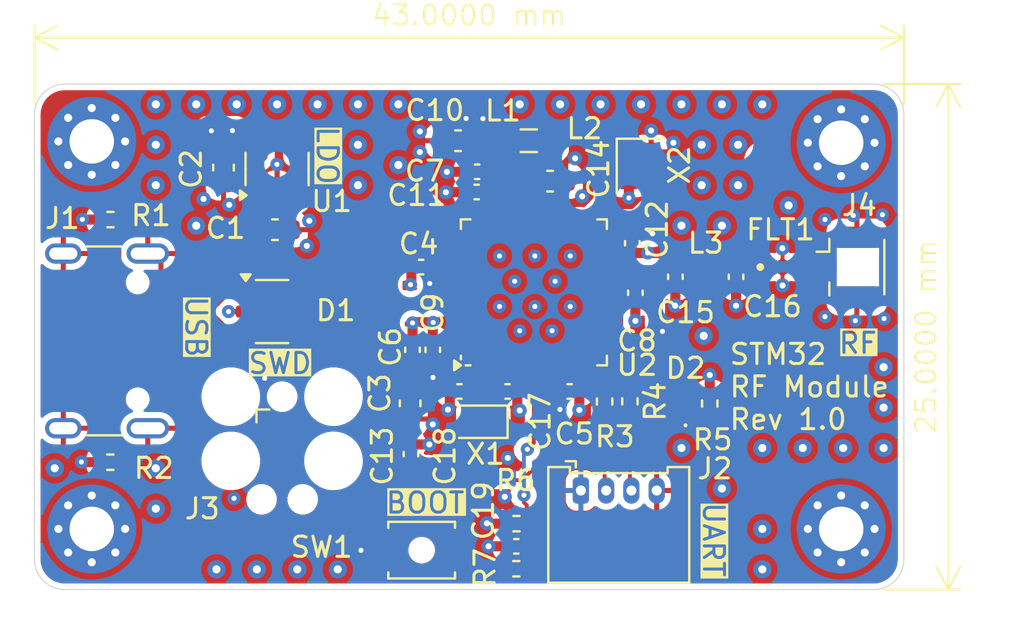
<source format=kicad_pcb>
(kicad_pcb (version 20240108) (generator "pcbnew") (generator_version "8.0")
  (layers (0 "F.Cu" signal) (1 "In1.Cu" signal) (2 "In2.Cu" signal) (31 "B.Cu" signal) (34 "B.Paste" user) (35 "F.Paste" user) (36 "B.SilkS" user "B.Silkscreen") (37 "F.SilkS" user "F.Silkscreen") (38 "B.Mask" user) (39 "F.Mask" user) (44 "Edge.Cuts" user))
  (net 0 "")
  (net 1 "+5V")
  (net 2 "+3V3")
  (net 3 "/SWD_NRST")
  (net 4 "/SMPSFB")
  (net 5 "/RF")
  (net 6 "/RF_MATCH")
  (net 7 "/LSE_OUT")
  (net 8 "/LSE_IN")
  (net 9 "/BOOT0")
  (net 10 "/USBC_D-")
  (net 11 "/USB_D-")
  (net 12 "/USB_D+")
  (net 13 "/USBC_D+")
  (net 14 "/LED_K")
  (net 15 "/LED_A")
  (net 16 "/RF_ANT")
  (net 18 "/USBC_CC2")
  (net 19 "/USBC_CC1")
  (net 21 "/UART_RXC")
  (net 22 "/UART_TXC")
  (net 23 "/SWD_DIO")
  (net 24 "/SWD_CLK")
  (net 25 "/SWD_TRC")
  (net 26 "/SMPSLX")
  (net 27 "/SMPSLXL")
  (net 28 "/UART_TX")
  (net 29 "/UART_RX")
  (net 30 "Net-(R7-Pad2)")
  (net 44 "/HSE_IN")
  (net 46 "/HSE_OUT")
  (net 55 "GND")
  (footprint "Connector:Tag-Connect_TC2030-IDC-FP_2x03_P1.27mm_Vertical" (layer "F.Cu") (at 132.25 48 -90)
    (property "Reference" "J3")
    (property "Value" "TC2030")
  )
  (footprint "LED_SMD:LED_0402_1005Metric" (layer "F.Cu") (at 152.2 45.785 90)
    (property "Reference" "D2")
    (property "Value" "LED")
  )
  (footprint "Capacitor_SMD:C_0402_1005Metric" (layer "F.Cu") (at 141.02 45.2 180)
    (property "Reference" "C18")
    (property "Value" "10p")
  )
  (footprint "MountingHole:MountingHole_2.2mm_M2_Pad_Via" (layer "F.Cu") (at 122.833274 52)
    (property "Reference" "H3" (hide yes))
    (property "Value" "MountingHole_Pad")
  )
  (footprint "Connector_Coaxial:U.FL_Hirose_U.FL-R-SMT-1_Vertical" (layer "F.Cu") (at 160.2 39.05)
    (property "Reference" "J4")
    (property "Value" "Conn_Coaxial")
  )
  (footprint "Fiducial:Fiducial_1mm_Mask2mm" (layer "F.Cu") (at 156.5 49.9)
    (property "Reference" "FM2" (hide yes))
    (property "Value" "Fiducial")
  )
  (footprint "Inductor_SMD:L_0402_1005Metric" (layer "F.Cu") (at 153.2 39.03)
    (property "Reference" "L3")
    (property "Value" "2n7")
  )
  (footprint "Crystal:Crystal_SMD_2016-4Pin_2.0x1.6mm" (layer "F.Cu") (at 149.95 34.05 -90)
    (property "Reference" "X2")
    (property "Value" "32MHz")
  )
  (footprint "Capacitor_SMD:C_0402_1005Metric" (layer "F.Cu") (at 141.89132 34.33632 180)
    (property "Reference" "C7")
    (property "Value" "100n")
  )
  (footprint "Capacitor_SMD:C_0402_1005Metric" (layer "F.Cu") (at 143.83 52.86 180)
    (property "Reference" "C19")
    (property "Value" "100n")
  )
  (footprint "Package_TO_SOT_SMD:SOT-23-5" (layer "F.Cu") (at 132 34.2 90)
    (property "Reference" "U1")
    (property "Value" "MIC5365-3.3YD5")
  )
  (footprint "Capacitor_SMD:C_0603_1608Metric" (layer "F.Cu") (at 129.35 34.12868 -90)
    (property "Reference" "C2")
    (property "Value" "4u7")
  )
  (footprint "Resistor_SMD:R_0402_1005Metric" (layer "F.Cu") (at 153.4 45.8 -90)
    (property "Reference" "R5")
    (property "Value" "220R")
  )
  (footprint "Resistor_SMD:R_0402_1005Metric" (layer "F.Cu") (at 123.75 48.7 180)
    (property "Reference" "R2")
    (property "Value" "5k1")
  )
  (footprint "Resistor_SMD:R_0402_1005Metric" (layer "F.Cu") (at 143.83 53.97 180)
    (property "Reference" "R7")
    (property "Value" "220R")
  )
  (footprint "Capacitor_SMD:C_0603_1608Metric" (layer "F.Cu") (at 145.5 34.8)
    (property "Reference" "C14")
    (property "Value" "4u7")
  )
  (footprint "Resistor_SMD:R_0402_1005Metric" (layer "F.Cu") (at 149.45 45.69 90)
    (property "Reference" "R4")
    (property "Value" "220R")
  )
  (footprint "Connector_USB:USB_C_Receptacle_GCT_USB4105-xx-A_16P_TopMnt_Horizontal" (layer "F.Cu") (at 122.5 42.7 -90)
    (property "Reference" "J1")
    (property "Value" "USB_C_Receptacle_USB2.0_16P")
  )
  (footprint "Package_DFN_QFN:QFN-48-1EP_7x7mm_P0.5mm_EP5.6x5.6mm" (layer "F.Cu") (at 144.7 40.3 90)
    (property "Reference" "U2")
    (property "Value" "STM32WB55CEU6")
  )
  (footprint "stm32bluetooth_PCBfootprints:DLF162500LT-5028A1" (layer "F.Cu") (at 157 39.05)
    (property "Reference" "FLT1")
    (property "Value" "DLF162500LT-5028A1")
  )
  (footprint "Fiducial:Fiducial_1mm_Mask2mm" (layer "F.Cu") (at 156.1 33.8)
    (property "Reference" "FM1" (hide yes))
    (property "Value" "Fiducial")
  )
  (footprint "Capacitor_SMD:C_0402_1005Metric" (layer "F.Cu") (at 139.12132 39.05 180)
    (property "Reference" "C4")
    (property "Value" "100n")
  )
  (footprint "Capacitor_SMD:C_0603_1608Metric" (layer "F.Cu") (at 131.89632 37.2)
    (property "Reference" "C1")
    (property "Value" "4u7")
  )
  (footprint "Capacitor_SMD:C_0402_1005Metric" (layer "F.Cu") (at 149.72132 40.32 -90)
    (property "Reference" "C8")
    (property "Value" "100n")
  )
  (footprint "Inductor_SMD:L_0402_1005Metric" (layer "F.Cu") (at 143.42132 34.83632 90)
    (property "Reference" "L1")
    (property "Value" "10n")
  )
  (footprint "Capacitor_SMD:C_0402_1005Metric" (layer "F.Cu") (at 139.7 43.14132 90)
    (property "Reference" "C9")
    (property "Value" "100n")
  )
  (footprint "Resistor_SMD:R_0402_1005Metric" (layer "F.Cu") (at 143.84 51.74 180)
    (property "Reference" "R6")
    (property "Value" "5k1")
  )
  (footprint "Capacitor_SMD:C_0402_1005Metric" (layer "F.Cu") (at 143.4 45.2)
    (property "Reference" "C17")
    (property "Value" "10p")
  )
  (footprint "Capacitor_SMD:C_0402_1005Metric" (layer "F.Cu") (at 141.87132 35.33632 180)
    (property "Reference" "C11")
    (property "Value" "100n")
  )
  (footprint "Inductor_SMD:L_0805_2012Metric" (layer "F.Cu") (at 144.45 32.8)
    (property "Reference" "L2")
    (property "Value" "10u")
  )
  (footprint "Package_TO_SOT_SMD:SOT-23-6" (layer "F.Cu") (at 131.75 41.25)
    (property "Reference" "D1")
    (property "Value" "USBLC6-2SC6")
  )
  (footprint "MountingHole:MountingHole_2.2mm_M2_Pad_Via" (layer "F.Cu") (at 159.9 52)
    (property "Reference" "H2" (hide yes))
    (property "Value" "MountingHole_Pad")
  )
  (footprint "Resistor_SMD:R_0402_1005Metric" (layer "F.Cu") (at 148.2 45.7 90)
    (property "Reference" "R3")
    (property "Value" "220R")
  )
  (footprint "Button_Switch_SMD:SW_SPST_B3U-1000P-B" (layer "F.Cu") (at 139.15 53.05 180)
    (property "Reference" "SW1")
    (property "Value" "SW_Push")
  )
  (footprint "Capacitor_SMD:C_0603_1608Metric" (layer "F.Cu") (at 138.58 45.79 -90)
    (property "Reference" "C3")
    (property "Value" "4u7")
  )
  (footprint "Resistor_SMD:R_0402_1005Metric" (layer "F.Cu") (at 123.76 36.7 180)
    (property "Reference" "R1")
    (property "Value" "5k1")
  )
  (footprint "Fiducial:Fiducial_1mm_Mask2mm" (layer "F.Cu") (at 126.7 53.1)
    (property "Reference" "FM3" (hide yes))
    (property "Value" "Fiducial")
  )
  (footprint "Capacitor_SMD:C_0402_1005Metric" (layer "F.Cu") (at 151.7 39.53 -90)
    (property "Reference" "C15")
    (property "Value" "0p8")
  )
  (footprint "Capacitor_SMD:C_0402_1005Metric" (layer "F.Cu") (at 154.7 39.53 -90)
    (property "Reference" "C16")
    (property "Value" "0p3")
  )
  (footprint "Crystal:Crystal_SMD_2012-2Pin_2.0x1.2mm" (layer "F.Cu") (at 142.2 46.7 180)
    (property "Reference" "X1")
    (property "Value" "32kHz768")
  )
  (footprint "Capacitor_SMD:C_0402_1005Metric" (layer "F.Cu") (at 138.62132 48.30132 90)
    (property "Reference" "C13")
    (property "Value" "100n")
  )
  (footprint "Capacitor_SMD:C_0603_1608Metric" (layer "F.Cu") (at 140.95 32.8 180)
    (property "Reference" "C10")
    (property "Value" "4u7")
  )
  (footprint "Connector_Molex:Molex_PicoBlade_53048-0410_1x04_P1.25mm_Horizontal" (layer "F.Cu") (at 147.025 50.1)
    (property "Reference" "J2")
    (property "Value" "Conn_01x04")
  )
  (footprint "MountingHole:MountingHole_2.2mm_M2_Pad_Via" (layer "F.Cu") (at 122.833274 32.833274)
    (property "Reference" "H1" (hide yes))
    (property "Value" "MountingHole_Pad")
  )
  (footprint "Capacitor_SMD:C_0402_1005Metric" (layer "F.Cu") (at 149.57132 37.87132 -90)
    (property "Reference" "C12")
    (property "Value" "100n")
  )
  (footprint "Capacitor_SMD:C_0402_1005Metric" (layer "F.Cu") (at 138.7 43.14132 90)
    (property "Reference" "C6")
    (property "Value" "100n")
  )
  (footprint "MountingHole:MountingHole_2.2mm_M2_Pad_Via" (layer "F.Cu") (at 159.9 32.9)
    (property "Reference" "H4" (hide yes))
    (property "Value" "MountingHole_Pad")
  )
  (footprint "Capacitor_SMD:C_0402_1005Metric" (layer "F.Cu") (at 146.47 45.2)
    (property "Reference" "C5")
    (property "Value" "100n")
  )
  (gr_line (start 161.5 55) (end 121.5 55) (stroke (width 0.05)) (layer "Edge.Cuts"))
  (gr_line (start 120 53.5) (end 120 31.5) (stroke (width 0.05)) (layer "Edge.Cuts"))
  (gr_arc (start 120 31.5) (mid 120.43934 30.43934) (end 121.5 30) (stroke (width 0.05)) (layer "Edge.Cuts"))
  (gr_arc (start 163 53.5) (mid 162.56066 54.56066) (end 161.5 55) (stroke (width 0.05)) (layer "Edge.Cuts"))
  (gr_arc (start 121.5 55) (mid 120.43934 54.56066) (end 120 53.5) (stroke (width 0.05)) (layer "Edge.Cuts"))
  (gr_line (start 163 31.5) (end 163 53.5) (stroke (width 0.05)) (layer "Edge.Cuts"))
  (gr_arc (start 161.5 30) (mid 162.56066 30.43934) (end 163 31.5) (stroke (width 0.05)) (layer "Edge.Cuts"))
  (gr_line (start 121.5 30) (end 161.5 30) (stroke (width 0.05)) (layer "Edge.Cuts"))
  (gr_text "RF" (at 159.7 43.4 0) (layer "F.SilkS" knockout) (effects (font (size 1 1)) (justify left bottom)))
  (gr_text "STM32\nRF Module\nRev 1.0" (at 154.3 47.17 0) (layer "F.SilkS") (effects (font (size 1 1)) (justify left bottom)))
  (gr_text "UART" (at 153 50.6 270) (layer "F.SilkS" knockout) (effects (font (size 1 1)) (justify left bottom)))
  (gr_text "USB" (at 127.4 40.4 -90) (layer "F.SilkS" knockout) (effects (font (size 1 1)) (justify left bottom)))
  (gr_text "LDO" (at 133.9 32 -90) (layer "F.SilkS" knockout) (effects (font (size 1 1)) (justify left bottom)))
  (gr_text "BOOT" (at 137.3 51.3 0) (layer "F.SilkS" knockout) (effects (font (size 1 1)) (justify left bottom)))
  (gr_text "SWD" (at 130.5 44.4 0) (layer "F.SilkS" knockout) (effects (font (size 1 1)) (justify left bottom)))
  (dimension (type aligned) (layer "F.SilkS") (pts (xy 161.5 30) (xy 161.5 55)) (height -3.7) (gr_text "25.0000 mm" (at 164.1 42.5 90) (layer "F.SilkS") (effects (font (size 1 1) (thickness 0.1)))) (format (prefix "") (suffix "") (units 3) (units_format 1) (precision 4)) (style (thickness 0.1) (arrow_length 1.27) (text_position_mode 0) (extension_height 0.58642) (extension_offset 0.5) keep_text_aligned))
  (dimension (type aligned) (layer "F.SilkS") (pts (xy 120 31.5) (xy 163 31.5)) (height -3.8) (gr_text "43.0000 mm" (at 141.5 26.6 0) (layer "F.SilkS") (effects (font (size 1 1) (thickness 0.1)))) (format (prefix "") (suffix "") (units 3) (units_format 1) (precision 4)) (style (thickness 0.1) (arrow_length 1.27) (text_position_mode 0) (extension_height 0.58642) (extension_offset 0.5) keep_text_aligned))
  (segment (start 131.12132 38.476364) (end 130.737684 38.86) (width 0.5) (layer "F.Cu") (net 1))
  (segment (start 132.95 35.3375) (end 132.95 35.999999) (width 0.19) (layer "F.Cu") (net 1))
  (segment (start 126.18 45.1) (end 127.46 45.1) (width 0.5) (layer "F.Cu") (net 1))
  (segment (start 131.775 41.685) (end 132.21 41.25) (width 0.5) (layer "F.Cu") (net 1))
  (segment (start 127.59 39.36) (end 128.09 38.86) (width 0.5) (layer "F.Cu") (net 1))
  (segment (start 131.12132 36.4) (end 131.12132 35.40882) (width 0.5) (layer "F.Cu") (net 1))
  (segment (start 130.737684 38.86) (end 131.775 39.897316) (width 0.5) (layer "F.Cu") (net 1))
  (segment (start 128.09 38.86) (end 130.737684 38.86) (width 0.5) (layer "F.Cu") (net 1))
  (segment (start 127.12 40.3) (end 127.59 39.83) (width 0.5) (layer "F.Cu") (net 1))
  (segment (start 131.12132 35.40882) (end 131.05 35.3375) (width 0.5) (layer "F.Cu") (net 1))
  (segment (start 126.18 40.3) (end 127.12 40.3) (width 0.5) (layer "F.Cu") (net 1))
  (segment (start 131.775 40.815) (end 132.21 41.25) (width 0.5) (layer "F.Cu") (net 1))
  (segment (start 131.775 42.805) (end 131.775 41.685) (width 0.5) (layer "F.Cu") (net 1))
  (segment (start 127.59 39.83) (end 127.59 39.36) (width 0.5) (layer "F.Cu") (net 1))
  (segment (start 131.775 39.897316) (end 131.775 40.815) (width 0.5) (layer "F.Cu") (net 1))
  (segment (start 127.46 45.1) (end 129.06 43.5) (width 0.5) (layer "F.Cu") (net 1))
  (segment (start 131.12132 37.2) (end 131.12132 38.476364) (width 0.5) (layer "F.Cu") (net 1))
  (segment (start 132.21 41.25) (end 132.8875 41.25) (width 0.5) (layer "F.Cu") (net 1))
  (segment (start 132.549999 36.4) (end 131.12132 36.4) (width 0.19) (layer "F.Cu") (net 1))
  (segment (start 131.08 43.5) (end 131.775 42.805) (width 0.5) (layer "F.Cu") (net 1))
  (segment (start 131.12132 37.2) (end 131.12132 36.4) (width 0.5) (layer "F.Cu") (net 1))
  (segment (start 129.06 43.5) (end 131.08 43.5) (width 0.5) (layer "F.Cu") (net 1))
  (segment (start 132.95 35.999999) (end 132.549999 36.4) (width 0.19) (layer "F.Cu") (net 1))
  (segment (start 142.45 35.95) (end 142.45 35.87) (width 0.25) (layer "F.Cu") (net 2))
  (segment (start 145.45 44.25) (end 145.99 44.79) (width 0.25) (layer "F.Cu") (net 2))
  (segment (start 142.95 36.8625) (end 142.95 36.45) (width 0.25) (layer "F.Cu") (net 2))
  (segment (start 136.16 53.05) (end 136.15 53.06) (width 0.25) (layer "F.Cu") (net 2))
  (segment (start 145.99 44.79) (end 145.99 45.2) (width 0.25) (layer "F.Cu") (net 2))
  (segment (start 141.2625 39.05) (end 140.61 39.05) (width 0.25) (layer "F.Cu") (net 2))
  (segment (start 150.57868 37.39132) (end 150.58 37.39) (width 0.3) (layer "F.Cu") (net 2))
  (segment (start 139.67132 39.12) (end 139.60132 39.05) (width 0.5) (layer "F.Cu") (net 2))
  (segment (start 139.60132 39.80868) (end 139.55 39.86) (width 0.5) (layer "F.Cu") (net 2))
  (segment (start 150.69 41.86) (end 151.06 42.23) (width 0.3) (layer "F.Cu") (net 2))
  (segment (start 131.33 44.61) (end 131.33 46.445) (width 0.25) (layer "F.Cu") (net 2))
  (segment (start 149.57132 37.39132) (end 150.57868 37.39132) (width 0.5) (layer "F.Cu") (net 2))
  (segment (start 145.45 43.7375) (end 145.45 44.25) (width 0.25) (layer "F.Cu") (net 2))
  (segment (start 131.39 44.55) (end 131.33 44.61) (width 0.25) (layer "F.Cu") (net 2))
  (segment (start 140.31 39.12) (end 139.67132 39.12) (width 0.5) (layer "F.Cu") (net 2))
  (segment (start 145.99 45.2) (end 145.99 46.09) (width 0.5) (layer "F.Cu") (net 2))
  (segment (start 149.14 39.84) (end 149.72132 39.84) (width 0.3) (layer "F.Cu") (net 2))
  (segment (start 148.1375 38.05) (end 148.62474 38.05) (width 0.25) (layer "F.Cu") (net 2))
  (segment (start 142.45 36.8625) (end 142.45 35.87) (width 0.25) (layer "F.Cu") (net 2))
  (segment (start 139.60132 39.05) (end 139.60132 39.80868) (width 0.5) (layer "F.Cu") (net 2))
  (segment (start 150.69 40.34) (end 150.69 41.86) (width 0.3) (layer "F.Cu") (net 2))
  (segment (start 142.35132 35.77132) (end 142.35132 35.33632) (width 0.25) (layer "F.Cu") (net 2))
  (segment (start 149.72132 39.84) (end 150.19 39.84) (width 0.3) (layer "F.Cu") (net 2))
  (segment (start 140.61 39.05) (end 140.38 39.05) (width 0.3) (layer "F.Cu") (net 2))
  (segment (start 131.33 46.445) (end 131.615 46.73) (width 0.25) (layer "F.Cu") (net 2))
  (segment (start 140.38 39.05) (end 140.31 39.12) (width 0.3) (layer "F.Cu") (net 2))
  (segment (start 148.62474 38.05) (end 149.28342 37.39132) (width 0.25) (layer "F.Cu") (net 2))
  (segment (start 150.19 39.84) (end 150.69 40.34) (width 0.3) (layer "F.Cu") (net 2))
  (segment (start 142.45 35.87) (end 142.35132 35.77132) (width 0.25) (layer "F.Cu") (net 2))
  (segment (start 142.95 36.45) (end 142.45 35.95) (width 0.25) (layer "F.Cu") (net 2))
  (segment (start 137.45 53.05) (end 136.16 53.05) (width 0.25) (layer "F.Cu") (net 2))
  (segment (start 149.28342 37.39132) (end 149.57132 37.39132) (width 0.25) (layer "F.Cu") (net 2))
  (segment (start 148.1375 39.55) (end 148.85 39.55) (width 0.25) (layer "F.Cu") (net 2))
  (segment (start 148.85 39.55) (end 149.14 39.84) (width 0.3) (layer "F.Cu") (net 2))
  (via (at 142.18 31.71) (size 0.65) (drill 0.25) (layers "F.Cu" "B.Cu") (net 2))
  (via (at 150.58 37.39) (size 0.65) (drill 0.25) (layers "F.Cu" "B.Cu") (net 2))
  (via (at 129.79 32.3) (size 0.65) (drill 0.25) (layers "F.Cu" "B.Cu") (net 2))
  (via (at 151.06 42.23) (size 0.65) (drill 0.25) (layers "F.Cu" "B.Cu") (net 2))
  (via (at 139.71 44.51) (size 0.65) (drill 0.25) (layers "F.Cu" "B.Cu") (net 2))
  (via (at 139.55 39.86) (size 0.65) (drill 0.25) (layers "F.Cu" "B.Cu") (net 2))
  (via (at 136.15 53.06) (size 0.65) (drill 0.25) (layers "F.Cu" "B.Cu") (net 2))
  (via (at 128.75 32.31) (size 0.65) (drill 0.25) (layers "F.Cu" "B.Cu") (net 2))
  (via (at 131.39 44.55) (size 0.65) (drill 0.25) (layers "F.Cu" "B.Cu") (net 2))
  (via (at 141.35 31.7) (size 0.65) (drill 0.25) (layers "F.Cu" "B.Cu") (net 2))
  (via (at 145.99 46.09) (size 0.65) (drill 0.25) (layers "F.Cu" "B.Cu") (net 2))
  (segment (start 128 48.163646) (end 129.071096 47.09255) (width 0.19) (layer "F.Cu") (net 3))
  (segment (start 130.70755 47.09255) (end 131.615 48) (width 0.19) (layer "F.Cu") (net 3))
  (segment (start 134.4097 51.3903) (end 133.8 52) (width 0.19) (layer "F.Cu") (net 3))
  (segment (start 128 50.3) (end 128 48.163646) (width 0.19) (layer "F.Cu") (net 3))
  (segment (start 138.62132 48.97868) (end 136.2097 51.3903) (width 0.19) (layer "F.Cu") (net 3))
  (segment (start 136.2097 51.3903) (end 134.4097 51.3903) (width 0.19) (layer "F.Cu") (net 3))
  (segment (start 140.31 49.59) (end 139.50132 48.78132) (width 0.19) (layer "F.Cu") (net 3))
  (segment (start 129.7 52) (end 128 50.3) (width 0.19) (layer "F.Cu") (net 3))
  (segment (start 144.95 44.65) (end 145.2 44.9) (width 0.19) (layer "F.Cu") (net 3))
  (segment (start 145.2 48.5) (end 144.11 49.59) (width 0.19) (layer "F.Cu") (net 3))
  (segment (start 138.62132 48.78132) (end 138.62132 48.97868) (width 0.19) (layer "F.Cu") (net 3))
  (segment (start 139.50132 48.78132) (end 138.62132 48.78132) (width 0.19) (layer "F.Cu") (net 3))
  (segment (start 129.071096 47.09255) (end 130.70755 47.09255) (width 0.19) (layer "F.Cu") (net 3))
  (segment (start 144.95 43.7375) (end 144.95 44.65) (width 0.19) (layer "F.Cu") (net 3))
  (segment (start 133.8 52) (end 129.7 52) (width 0.19) (layer "F.Cu") (net 3))
  (segment (start 144.11 49.59) (end 140.31 49.59) (width 0.19) (layer "F.Cu") (net 3))
  (segment (start 145.2 44.9) (end 145.2 48.5) (width 0.19) (layer "F.Cu") (net 3))
  (segment (start 152.695 39.05) (end 152.715 39.03) (width 0.19) (layer "F.Cu") (net 5))
  (segment (start 151.7 39.05) (end 152.695 39.05) (width 0.19) (layer "F.Cu") (net 5))
  (segment (start 148.1375 39.05) (end 151.7 39.05) (width 0.19) (layer "F.Cu") (net 5))
  (segment (start 153.685 39.03) (end 154.68 39.03) (width 0.19) (layer "F.Cu") (net 6))
  (segment (start 154.7 39.05) (end 156.3875 39.05) (width 0.19) (layer "F.Cu") (net 6))
  (segment (start 154.68 39.03) (end 154.7 39.05) (width 0.19) (layer "F.Cu") (net 6))
  (segment (start 142.95 43.7375) (end 142.95 45.17) (width 0.19) (layer "F.Cu") (net 7))
  (segment (start 142.92 45.2) (end 142.92 46.68) (width 0.19) (layer "F.Cu") (net 7))
  (segment (start 142.95 45.17) (end 142.92 45.2) (width 0.19) (layer "F.Cu") (net 7))
  (segment (start 142.92 46.68) (end 142.9 46.7) (width 0.19) (layer "F.Cu") (net 7))
  (segment (start 142.45 43.7375) (end 142.45 44.35) (width 0.19) (layer "F.Cu") (net 8))
  (segment (start 142.45 44.35) (end 142.18 44.62) (width 0.19) (layer "F.Cu") (net 8))
  (segment (start 142.18 44.62) (end 141.68 44.62) (width 0.19) (layer "F.Cu") (net 8))
  (segment (start 141.5 44.8) (end 141.5 45.2) (width 0.19) (layer "F.Cu") (net 8))
  (segment (start 141.5 45.2) (end 141.5 46.7) (width 0.19) (layer "F.Cu") (net 8))
  (segment (start 141.68 44.62) (end 141.5 44.8) (width 0.19) (layer "F.Cu") (net 8))
  (segment (start 144.7 45.1) (end 144.5 44.9) (width 0.19) (layer "F.Cu") (net 9))
  (segment (start 143.6 44.5) (end 143.45 44.35) (width 0.19) (layer "F.Cu") (net 9))
  (segment (start 144.5 44.7) (end 144.3 44.5) (width 0.19) (layer "F.Cu") (net 9))
  (segment (start 144.21 50.69) (end 144.35 50.83) (width 0.19) (layer "F.Cu") (net 9))
  (segment (start 144.5 44.9) (end 144.5 44.7) (width 0.19) (layer "F.Cu") (net 9))
  (segment (start 144.35 52.82) (end 144.31 52.86) (width 0.19) (layer "F.Cu") (net 9))
  (segment (start 144.21 50.33) (end 144.21 50.69) (width 0.19) (layer "F.Cu") (net 9))
  (segment (start 144.38 48.06) (end 144.7 47.74) (width 0.19) (layer "F.Cu") (net 9))
  (segment (start 144.3 44.5) (end 143.6 44.5) (width 0.19) (layer "F.Cu") (net 9))
  (segment (start 144.31 53.94) (end 144.34 53.97) (width 0.19) (layer "F.Cu") (net 9))
  (segment (start 143.45 44.35) (end 143.45 43.7375) (width 0.19) (layer "F.Cu") (net 9))
  (segment (start 144.7 47.74) (end 144.7 45.1) (width 0.19) (layer "F.Cu") (net 9))
  (segment (start 144.35 50.83) (end 144.35 51.74) (width 0.19) (layer "F.Cu") (net 9))
  (segment (start 144.35 51.74) (end 144.35 52.82) (width 0.19) (layer "F.Cu") (net 9))
  (segment (start 144.31 52.86) (end 144.31 53.94) (width 0.19) (layer "F.Cu") (net 9))
  (via (at 144.21 50.33) (size 0.65) (drill 0.25) (layers "F.Cu" "B.Cu") (net 9))
  (via (at 144.38 48.06) (size 0.65) (drill 0.25) (layers "F.Cu" "B.Cu") (net 9))
  (segment (start 144.38 48.06) (end 144.21 48.23) (width 0.19) (layer "B.Cu") (net 9))
  (segment (start 144.21 48.23) (end 144.21 50.33) (width 0.19) (layer "B.Cu") (net 9))
  (segment (start 125.65 41.95) (end 126.18 41.95) (width 0.19) (layer "F.Cu") (net 10))
  (segment (start 129.618749 40.3) (end 130.6125 40.3) (width 0.22) (layer "F.Cu") (net 10))
  (segment (start 125.36 42.24) (end 125.65 41.95) (width 0.19) (layer "F.Cu") (net 10))
  (segment (start 127.97337 41.065) (end 128.853749 41.065) (width 0.22) (layer "F.Cu") (net 10))
  (segment (start 126.18 41.95) (end 126.605 41.95) (width 0.22) (layer "F.Cu") (net 10))
  (segment (start 125.36 42.704999) (end 125.36 42.621441) (width 0.19) (layer "F.Cu") (net 10))
  (segment (start 128.853749 41.065) (end 129.618749 40.3) (width 0.22) (layer "F.Cu") (net 10))
  (segment (start 126.67 42.015) (end 127.02337 42.015) (width 0.22) (layer "F.Cu") (net 10))
  (segment (start 127.02337 42.015) (end 127.97337 41.065) (width 0.22) (layer "F.Cu") (net 10))
  (segment (start 125.396136 42.741135) (end 125.36 42.704999) (width 0.19) (layer "F.Cu") (net 10))
  (segment (start 126.18 42.95) (end 125.605001 42.95) (width 0.19) (layer "F.Cu") (net 10))
  (segment (start 125.605001 42.95) (end 125.396136 42.741135) (width 0.19) (layer "F.Cu") (net 10))
  (segment (start 126.605 41.95) (end 126.67 42.015) (width 0.22) (layer "F.Cu") (net 10))
  (segment (start 125.36 42.621441) (end 125.36 42.24) (width 0.19) (layer "F.Cu") (net 10))
  (segment (start 133.881251 40.3) (end 132.8875 40.3) (width 0.22) (layer "F.Cu") (net 11))
  (segment (start 135.37337 41.065) (end 134.646251 41.065) (width 0.22) (layer "F.Cu") (net 11))
  (segment (start 135.715 39.47663) (end 136.215 39.97663) (width 0.22) (layer "F.Cu") (net 11))
  (segment (start 140.95 37.55) (end 140.885 37.615) (width 0.22) (layer "F.Cu") (net 11))
  (segment (start 140.085 36.460004) (end 139.439996 35.815) (width 0.22) (layer "F.Cu") (net 11))
  (segment (start 139.439996 35.815) (end 137.02337 35.815) (width 0.22) (layer "F.Cu") (net 11))
  (segment (start 140.67663 37.615) (end 140.085 37.02337) (width 0.22) (layer "F.Cu") (net 11))
  (segment (start 137.02337 35.815) (end 135.715 37.12337) (width 0.22) (layer "F.Cu") (net 11))
  (segment (start 135.715 37.12337) (end 135.715 39.47663) (width 0.22) (layer "F.Cu") (net 11))
  (segment (start 134.646251 41.065) (end 133.881251 40.3) (width 0.22) (layer "F.Cu") (net 11))
  (segment (start 136.215 39.97663) (end 136.215 40.22337) (width 0.22) (layer "F.Cu") (net 11))
  (segment (start 141.2625 37.55) (end 140.95 37.55) (width 0.22) (layer "F.Cu") (net 11))
  (segment (start 140.085 37.02337) (end 140.085 36.460004) (width 0.22) (layer "F.Cu") (net 11))
  (segment (start 136.215 40.22337) (end 135.37337 41.065) (width 0.22) (layer "F.Cu") (net 11))
  (segment (start 140.885 37.615) (end 140.67663 37.615) (width 0.22) (layer "F.Cu") (net 11))
  (segment (start 135.52663 41.435) (end 134.646251 41.435) (width 0.22) (layer "F.Cu") (net 12))
  (segment (start 140.52337 37.985) (end 139.715 37.17663) (width 0.22) (layer "F.Cu") (net 12))
  (segment (start 139.715 36.613264) (end 139.286736 36.185) (width 0.22) (layer "F.Cu") (net 12))
  (segment (start 134.646251 41.435) (end 133.881251 42.2) (width 0.22) (layer "F.Cu") (net 12))
  (segment (start 139.715 37.17663) (end 139.715 36.613264) (width 0.22) (layer "F.Cu") (net 12))
  (segment (start 140.95 38.05) (end 140.885 37.985) (width 0.22) (layer "F.Cu") (net 12))
  (segment (start 139.286736 36.185) (end 137.17663 36.185) (width 0.22) (layer "F.Cu") (net 12))
  (segment (start 136.085 37.27663) (end 136.085 39.32337) (width 0.22) (layer "F.Cu") (net 12))
  (segment (start 137.17663 36.185) (end 136.085 37.27663) (width 0.22) (layer "F.Cu") (net 12))
  (segment (start 140.885 37.985) (end 140.52337 37.985) (width 0.22) (layer "F.Cu") (net 12))
  (segment (start 133.881251 42.2) (end 132.8875 42.2) (width 0.22) (layer "F.Cu") (net 12))
  (segment (start 136.085 39.32337) (end 136.585 39.82337) (width 0.22) (layer "F.Cu") (net 12))
  (segment (start 136.585 39.82337) (end 136.585 40.37663) (width 0.22) (layer "F.Cu") (net 12))
  (segment (start 136.585 40.37663) (end 135.52663 41.435) (width 0.22) (layer "F.Cu") (net 12))
  (segment (start 141.2625 38.05) (end 140.95 38.05) (width 0.22) (layer "F.Cu") (net 12))
  (segment (start 127.278101 42.28353) (end 127.17663 42.385) (width 0.22) (layer "F.Cu") (net 13))
  (segment (start 126.605 42.45) (end 126.67 42.385) (width 0.22) (layer "F.Cu") (net 13))
  (segment (start 128.12663 41.774412) (end 128.494326 42.142108) (width 0.22) (layer "F.Cu") (net 13))
  (segment (start 128.070062 42.566372) (end 127.702367 42.198677) (width 0.22) (layer "F.Cu") (net 13))
  (segment (start 126.754999 43.45) (end 127 43.204999) (width 0.19) (layer "F.Cu") (net 13))
  (segment (start 129.618749 42.2) (end 128.853749 41.435) (width 0.22) (layer "F.Cu") (net 13))
  (segment (start 130.6125 42.2) (end 129.618749 42.2) (width 0.22) (layer "F.Cu") (net 13))
  (segment (start 128.494325 42.48152) (end 128.409474 42.566372) (width 0.22) (layer "F.Cu") (net 13))
  (segment (start 126.67 42.385) (end 127 42.385) (width 0.22) (layer "F.Cu") (net 13))
  (segment (start 126.18 43.45) (end 126.754999 43.45) (width 0.19) (layer "F.Cu") (net 13))
  (segment (start 126.18 42.45) (end 126.605 42.45) (width 0.22) (layer "F.Cu") (net 13))
  (segment (start 127.17663 42.385) (end 127 42.385) (width 0.22) (layer "F.Cu") (net 13))
  (segment (start 127 43.204999) (end 127 42.385) (width 0.19) (layer "F.Cu") (net 13))
  (segment (start 128.853749 41.435) (end 128.604366 41.435) (width 0.22) (layer "F.Cu") (net 13))
  (segment (start 127.362955 42.198678) (end 127.278101 42.28353) (width 0.22) (layer "F.Cu") (net 13))
  (segment (start 128.604366 41.435) (end 128.12663 41.435) (width 0.22) (layer "F.Cu") (net 13))
  (arc (start 128.409474 42.566372) (mid 128.239767 42.636668) (end 128.070062 42.566372) (width 0.22) (layer "F.Cu") (net 13))
  (arc (start 127.702367 42.198677) (mid 127.532661 42.128383) (end 127.362955 42.198678) (width 0.22) (layer "F.Cu") (net 13))
  (arc (start 128.12663 41.435) (mid 128.056334 41.604707) (end 128.12663 41.774412) (width 0.22) (layer "F.Cu") (net 13))
  (arc (start 128.494326 42.142108) (mid 128.564621 42.311813) (end 128.494325 42.48152) (width 0.22) (layer "F.Cu") (net 13))
  (segment (start 153.36 46.27) (end 153.4 46.31) (width 0.19) (layer "F.Cu") (net 14))
  (segment (start 152.2 46.27) (end 153.36 46.27) (width 0.19) (layer "F.Cu") (net 14))
  (segment (start 149.02 42.44) (end 150.42 43.84) (width 0.19) (layer "F.Cu") (net 15))
  (segment (start 149.02 41.38) (end 149.02 42.44) (width 0.19) (layer "F.Cu") (net 15))
  (segment (start 151.85 43.84) (end 152.2 44.19) (width 0.19) (layer "F.Cu") (net 15))
  (segment (start 150.42 43.84) (end 151.85 43.84) (width 0.19) (layer "F.Cu") (net 15))
  (segment (start 148.69 41.05) (end 149.02 41.38) (width 0.19) (layer "F.Cu") (net 15))
  (segment (start 148.1375 41.05) (end 148.69 41.05) (width 0.19) (layer "F.Cu") (net 15))
  (segment (start 152.2 44.19) (end 152.2 45.3) (width 0.19) (layer "F.Cu") (net 15))
  (segment (start 157.6125 39.05) (end 159.15 39.05) (width 0.19) (layer "F.Cu") (net 16))
  (segment (start 125.05 44.45) (end 126.18 44.45) (width 0.19) (layer "F.Cu") (net 18))
  (segment (start 124.26 48.7) (end 124.26 47.76) (width 0.19) (layer "F.Cu") (net 18))
  (segment (start 124.26 47.76) (end 124 47.5) (width 0.19) (layer "F.Cu") (net 18))
  (segment (start 124 47.5) (end 124 45.5) (width 0.19) (layer "F.Cu") (net 18))
  (segment (start 124 45.5) (end 125.05 44.45) (width 0.19) (layer "F.Cu") (net 18))
  (segment (start 124.2 40.8) (end 124.85 41.45) (width 0.19) (layer "F.Cu") (net 19))
  (segment (start 124.85 41.45) (end 126.18 41.45) (width 0.19) (layer "F.Cu") (net 19))
  (segment (start 124.27 36.7) (end 124.2 36.77) (width 0.19) (layer "F.Cu") (net 19))
  (segment (start 124.2 36.77) (end 124.2 40.8) (width 0.19) (layer "F.Cu") (net 19))
  (segment (start 149.45 46.2) (end 149.45 50.025) (width 0.19) (layer "F.Cu") (net 21))
  (segment (start 149.45 50.025) (end 149.525 50.1) (width 0.19) (layer "F.Cu") (net 21))
  (segment (start 148.2 46.21) (end 148.2 50.025) (width 0.19) (layer "F.Cu") (net 22))
  (segment (start 148.2 50.025) (end 148.275 50.1) (width 0.19) (layer "F.Cu") (net 22))
  (segment (start 139.98 38.2) (end 138.16 38.2) (width 0.19) (layer "F.Cu") (net 23))
  (segment (start 136.8 42.45) (end 135.95 43.3) (width 0.19) (layer "F.Cu") (net 23))
  (segment (start 133.14 44.2) (end 133.14 46.475) (width 0.19) (layer "F.Cu") (net 23))
  (segment (start 133.14 46.475) (end 132.885 46.73) (width 0.19) (layer "F.Cu") (net 23))
  (segment (start 135.95 43.3) (end 134.04 43.3) (width 0.19) (layer "F.Cu") (net 23))
  (segment (start 137.76 40.33) (end 136.8 41.29) (width 0.19) (layer "F.Cu") (net 23))
  (segment (start 141.2625 38.55) (end 140.33 38.55) (width 0.19) (layer "F.Cu") (net 23))
  (segment (start 137.76 38.6) (end 137.76 40.33) (width 0.19) (layer "F.Cu") (net 23))
  (segment (start 134.04 43.3) (end 133.14 44.2) (width 0.19) (layer "F.Cu") (net 23))
  (segment (start 138.16 38.2) (end 137.76 38.6) (width 0.19) (layer "F.Cu") (net 23))
  (segment (start 136.8 41.29) (end 136.8 42.45) (width 0.19) (layer "F.Cu") (net 23))
  (segment (start 140.33 38.55) (end 139.98 38.2) (width 0.19) (layer "F.Cu") (net 23))
  (segment (start 140.817686 39.55) (end 140.53 39.837686) (width 0.19) (layer "F.Cu") (net 24))
  (segment (start 140.53 39.837686) (end 140.53 39.85) (width 0.19) (layer "F.Cu") (net 24))
  (segment (start 136.45 44.15) (end 136.45 46.86) (width 0.19) (layer "F.Cu") (net 24))
  (segment (start 136.45 46.86) (end 136.27 47.04) (width 0.19) (layer "F.Cu") (net 24))
  (segment (start 136.27 47.04) (end 133.845 47.04) (width 0.19) (layer "F.Cu") (net 24))
  (segment (start 141.2625 39.55) (end 140.817686 39.55) (width 0.19) (layer "F.Cu") (net 24))
  (segment (start 140.53 39.85) (end 139.74 40.64) (width 0.19) (layer "F.Cu") (net 24))
  (segment (start 137.33 43.27) (end 136.45 44.15) (width 0.19) (layer "F.Cu") (net 24))
  (segment (start 138.14 40.64) (end 137.33 41.45) (width 0.19) (layer "F.Cu") (net 24))
  (segment (start 139.74 40.64) (end 138.14 40.64) (width 0.19) (layer "F.Cu") (net 24))
  (segment (start 133.845 47.04) (end 132.885 48) (width 0.19) (layer "F.Cu") (net 24))
  (segment (start 137.33 41.45) (end 137.33 43.27) (width 0.19) (layer "F.Cu") (net 24))
  (segment (start 136.10255 50.17745) (end 134.105956 50.17745) (width 0.19) (layer "F.Cu") (net 25))
  (segment (start 141.2625 40.55) (end 140.57 40.55) (width 0.19) (layer "F.Cu") (net 25))
  (segment (start 134.105956 50.17745) (end 133.198506 49.27) (width 0.19) (layer "F.Cu") (net 25))
  (segment (start 140.04 41.08) (end 138.39 41.08) (width 0.19) (layer "F.Cu") (net 25))
  (segment (start 137.87 43.8) (end 137.35 44.32) (width 0.19) (layer "F.Cu") (net 25))
  (segment (start 133.198506 49.27) (end 132.885 49.27) (width 0.19) (layer "F.Cu") (net 25))
  (segment (start 137.87 41.6) (end 137.87 43.8) (width 0.19) (layer "F.Cu") (net 25))
  (segment (start 138.39 41.08) (end 137.87 41.6) (width 0.19) (layer "F.Cu") (net 25))
  (segment (start 140.57 40.55) (end 140.04 41.08) (width 0.19) (layer "F.Cu") (net 25))
  (segment (start 137.35 48.93) (end 136.10255 50.17745) (width 0.19) (layer "F.Cu") (net 25))
  (segment (start 137.35 44.32) (end 137.35 48.93) (width 0.19) (layer "F.Cu") (net 25))
  (segment (start 143.45 36.8625) (end 143.45 36.12) (width 0.25) (layer "F.Cu") (net 26))
  (segment (start 143.45 36.12) (end 143.45 35.35) (width 0.5) (layer "F.Cu") (net 26))
  (segment (start 143.45 35.35) (end 143.42132 35.32132) (width 0.5) (layer "F.Cu") (net 26))
  (segment (start 143.42132 32.83382) (end 143.3875 32.8) (width 0.5) (layer "F.Cu") (net 27))
  (segment (start 143.42132 34.35132) (end 143.42132 32.83382) (width 0.5) (layer "F.Cu") (net 27))
  (segment (start 148.2 45.07) (end 148.2 45.19) (width 0.19) (layer "F.Cu") (net 28))
  (segment (start 147.13 44.47) (end 147.6 44.47) (width 0.19) (layer "F.Cu") (net 28))
  (segment (start 147.6 44.47) (end 148.2 45.07) (width 0.19) (layer "F.Cu") (net 28))
  (segment (start 146.95 43.7375) (end 146.95 44.29) (width 0.19) (layer "F.Cu") (net 28))
  (segment (start 146.95 44.29) (end 147.13 44.47) (width 0.19) (layer "F.Cu") (net 28))
  (segment (start 147.6625 43.95) (end 148.66 43.95) (width 0.19) (layer "F.Cu") (net 29))
  (segment (start 147.45 43.7375) (end 147.6625 43.95) (width 0.19) (layer "F.Cu") (net 29))
  (segment (start 149.45 44.74) (end 149.45 45.18) (width 0.19) (layer "F.Cu") (net 29))
  (segment (start 148.66 43.95) (end 149.45 44.74) (width 0.19) (layer "F.Cu") (net 29))
  (segment (start 143.32 53.97) (end 141.77 53.97) (width 0.19) (layer "F.Cu") (net 30))
  (segment (start 141.77 53.97) (end 140.85 53.05) (width 0.19) (layer "F.Cu") (net 30))
  (segment (start 148.1 35.82) (end 148.1 33.7) (width 0.19) (layer "F.Cu") (net 44))
  (segment (start 148.45 33.35) (end 149.4 33.35) (width 0.19) (layer "F.Cu") (net 44))
  (segment (start 148.1 33.7) (end 148.45 33.35) (width 0.19) (layer "F.Cu") (net 44))
  (segment (start 147.45 36.47) (end 148.1 35.82) (width 0.19) (layer "F.Cu") (net 44))
  (segment (start 147.45 36.8625) (end 147.45 36.47) (width 0.19) (layer "F.Cu") (net 44))
  (segment (start 148.37 36.63) (end 149.77 36.63) (width 0.19) (layer "F.Cu") (net 46))
  (segment (start 150.5 35.9) (end 150.5 34.75) (width 0.19) (layer "F.Cu") (net 46))
  (segment (start 148.1375 37.55) (end 148.1375 36.8625) (width 0.19) (layer "F.Cu") (net 46))
  (segment (start 148.1375 36.8625) (end 148.37 36.63) (width 0.19) (layer "F.Cu") (net 46))
  (segment (start 149.77 36.63) (end 150.5 35.9) (width 0.19) (layer "F.Cu") (net 46))
  (segment (start 138.64132 39.05) (end 138.64132 39.87868) (width 0.5) (layer "F.Cu") (net 55))
  (segment (start 146.95 45.2) (end 146.95 46.12) (width 0.5) (layer "F.Cu") (net 55))
  (segment (start 139.7 41.81) (end 139.72 41.79) (width 0.5) (layer "F.Cu") (net 55))
  (segment (start 138.7 42.66132) (end 138.7 41.81) (width 0.5) (layer "F.Cu") (net 55))
  (segment (start 157 38.8225) (end 157 38.13) (width 0.19) (layer "F.Cu") (net 55))
  (segment (start 132 35.3375) (end 132 33.98) (width 0.25) (layer "F.Cu") (net 55))
  (segment (start 157 38.13) (end 156.99 38.12) (width 0.19) (layer "F.Cu") (net 55))
  (segment (start 130.6125 41.25) (end 129.6 41.25) (width 0.25) (layer "F.Cu") (net 55))
  (segment (start 157 39.2775) (end 157 39.96) (width 0.19) (layer "F.Cu") (net 55))
  (segment (start 138.64132 39.87868) (end 138.6 39.92) (width 0.5) (layer "F.Cu") (net 55))
  (segment (start 141.41132 34.33632) (end 140.40368 34.33632) (width 0.5) (layer "F.Cu") (net 55))
  (segment (start 123.25 36.7) (end 122.38 36.7) (width 0.5) (layer "F.Cu") (net 55))
  (segment (start 123.24 48.7) (end 122.33 48.7) (width 0.5) (layer "F.Cu") (net 55))
  (segment (start 148.1375 38.55) (end 148.89 38.55) (width 0.25) (layer "F.Cu") (net 55))
  (segment (start 130.06 50.49) (end 131.28 49.27) (width 0.19) (layer "F.Cu") (net 55))
  (segment (start 143.33 51.74) (end 142.4 51.74) (width 0.5) (layer "F.Cu") (net 55))
  (segment (start 143.88 46.02) (end 144 46.14) (width 0.5) (layer "F.Cu") (net 55))
  (segment (start 149.72132 40.8) (end 149.72132 41.70868) (width 0.5) (layer "F.Cu") (net 55))
  (segment (start 149.72132 41.70868) (end 149.72 41.71) (width 0.5) (layer "F.Cu") (net 55))
  (segment (start 140.54 45.2) (end 140.54 46.01) (width 0.5) (layer "F.Cu") (net 55))
  (segment (start 140.40368 34.33632) (end 140.4 34.34) (width 0.25) (layer "F.Cu") (net 55))
  (segment (start 143.95 38.64) (end 143.75 39.75) (width 0.2) (layer "F.Cu") (net 55))
  (segment (start 129.87 50.49) (end 130.06 50.49) (width 0.19) (layer "F.Cu") (net 55))
  (segment (start 122.38 36.7) (end 122.37 36.69) (width 0.5) (layer "F.Cu") (net 55))
  (segment (start 148.89 38.55) (end 149.08868 38.35132) (width 0.25) (layer "F.Cu") (net 55))
  (segment (start 149.08868 38.35132) (end 149.57132 38.35132) (width 0.25) (layer "F.Cu") (net 55))
  (segment (start 140.54 46.01) (end 140.45 46.1) (width 0.5) (layer "F.Cu") (net 55))
  (segment (start 139.52868 47.82132) (end 139.53 47.82) (width 0.5) (layer "F.Cu") (net 55))
  (segment (start 149.57132 38.35132) (end 150.32868 38.35132) (width 0.5) (layer "F.Cu") (net 55))
  (segment (start 149.4 34.75) (end 149.4 35.63) (width 0.5) (layer "F.Cu") (net 55))
  (segment (start 143.88 45.2) (end 143.88 46.02) (width 0.5) (layer "F.Cu") (net 55))
  (segment (start 141.36132 35.34632) (end 140.35368 35.34632) (width 0.5) (layer "F.Cu") (net 55))
  (segment (start 151.7 40.95) (end 151.69 40.96) (width 0.25) (layer "F.Cu") (net 55))
  (segment (start 153.4 45.29) (end 153.4 44.39) (width 0.5) (layer "F.Cu") (net 55))
  (segment (start 142.4 51.74) (end 142.38 51.72) (width 0.5) (layer "F.Cu") (net 55))
  (segment (start 143.35 52.86) (end 142.46 52.86) (width 0.5) (layer "F.Cu") (net 55))
  (segment (start 143.95 38.2) (end 144.17 38.42) (width 0.2) (layer "F.Cu") (net 55))
  (segment (start 144.17 38.42) (end 143.95 38.64) (width 0.2) (layer "F.Cu") (net 55))
  (segment (start 154.7 40.01) (end 154.7 40.96) (width 0.5) (layer "F.Cu") (net 55))
  (segment (start 151.7 40.01) (end 151.7 40.95) (width 0.5) (layer "F.Cu") (net 55))
  (segment (start 139.7 42.66132) (end 139.7 41.81) (width 0.5) (layer "F.Cu") (net 55))
  (segment (start 138.62132 47.82132) (end 139.52868 47.82132) (width 0.5) (layer "F.Cu") (net 55))
  (segment (start 143.95 36.8625) (end 143.95 38.2) (width 0.2) (layer "F.Cu") (net 55))
  (segment (start 150.32868 38.35132) (end 150.33 38.35) (width 0.5) (layer "F.Cu") (net 55))
  (segment (start 143.75 39.75) (end 143.95 39.55) (width 0.2) (layer "F.Cu") (net 55))
  (segment (start 122.33 48.7) (end 122.32 48.69) (width 0.5) (layer "F.Cu") (net 55))
  (segment (start 143.95 39.55) (end 144.7 40.3) (width 0.2) (layer "F.Cu") (net 55))
  (segment (start 132 33.98) (end 131.99 33.97) (width 0.25) (layer "F.Cu") (net 55))
  (segment (start 131.28 49.27) (end 131.615 49.27) (width 0.19) (layer "F.Cu") (net 55))
  (via (at 150 31) (size 0.9) (drill 0.4) (layers "F.Cu" "B.Cu") (net 55))
  (via (at 138.6 39.92) (size 0.65) (drill 0.25) (layers "F.Cu" "B.Cu") (net 55))
  (via (at 142.38 51.72) (size 0.7) (drill 0.3) (layers "F.Cu" "B.Cu") (net 55))
  (via (at 126 33) (size 0.9) (drill 0.4) (layers "F.Cu" "B.Cu") (net 55))
  (via (at 151.6 32.9) (size 0.7) (drill 0.3) (layers "F.Cu" "B.Cu") (net 55))
  (via (at 152 31) (size 0.9) (drill 0.4) (layers "F.Cu" "B.Cu") (net 55))
  (via (at 135 54) (size 0.9) (drill 0.4) (layers "F.Cu" "B.Cu") (net 55))
  (via (at 162 46) (size 0.9) (drill 0.4) (layers "F.Cu" "B.Cu") (net 55))
  (via (at 122.37 36.69) (size 0.65) (drill 0.25) (layers "F.Cu" "B.Cu") (net 55))
  (via (at 153 33) (size 0.9) (drill 0.4) (layers "F.Cu" "B.Cu") (net 55))
  (via (at 154 31) (size 0.9) (drill 0.4) (layers "F.Cu" "B.Cu") (net 55))
  (via (at 122.32 48.69) (size 0.65) (drill 0.25) (layers "F.Cu" "B.Cu") (net 55))
  (via (at 129.87 50.49) (size 0.65) (drill 0.25) (layers "F.Cu" "B.Cu") (net 55))
  (via (at 145.6 42.2) (size 0.65) (drill 0.25) (layers "F.Cu" "B.Cu") (net 55))
  (via (at 129.63 35.97) (size 0.7) (drill 0.3) (layers "F.Cu" "B.Cu") (net 55))
  (via (at 144.75 41) (size 0.65) (drill 0.25) (layers "F.Cu" "B.Cu") (net 55))
  (via (at 150.33 38.35) (size 0.65) (drill 0.25) (layers "F.Cu" "B.Cu") (net 55))
  (via (at 132 31) (size 0.9) (drill 0.4) (layers "F.Cu" "B.Cu") (net 55))
  (via (at 154.8 33) (size 0.9) (drill 0.4) (layers "F.Cu" "B.Cu") (net 55))
  (via (at 160 48) (size 0.9) (drill 0.4) (layers "F.Cu" "B.Cu") (net 55))
  (via (at 128 31) (size 0.9) (drill 0.4) (layers "F.Cu" "B.Cu") (net 55))
  (via (at 156 31) (size 0.9) (drill 0.4) (layers "F.Cu" "B.Cu") (net 55))
  (via (at 138 34) (size 0.9) (drill 0.4) (layers "F.Cu" "B.Cu") (net 55))
  (via (at 161.94 36.46) (size 0.65) (drill 0.25) (layers "F.Cu" "B.Cu") (net 55))
  (via (at 133.47 38) (size 0.7) (drill 0.3) (layers "F.Cu" "B.Cu") (net 55))
  (via (at 144.75 38.5) (size 0.65) (drill 0.25) (layers "F.Cu" "B.Cu") (net 55))
  (via (at 143.75 39.75) (size 0.65) (drill 0.25) (layers "F.Cu" "B.Cu") (net 55))
  (via (at 143 38.5) (size 0.65) (drill 0.25) (layers "F.Cu" "B.Cu") (net 55))
  (via (at 130 31) (size 0.9) (drill 0.4) (layers "F.Cu" "B.Cu") (net 55))
  (via (at 139.7 46.83) (size 0.7) (drill 0.3) (layers "F.Cu" "B.Cu") (net 55))
  (via (at 121 49) (size 0.9) (drill 0.4) (layers "F.Cu" "B.Cu") (net 55))
  (via (at 154 50) (size 0.9) (drill 0.4) (layers "F.Cu" "B.Cu") (net 55))
  (via (at 162.02 41.6) (size 0.65) (drill 0.25) (layers "F.Cu" "B.Cu") (net 55))
  (via (at 144 46.14) (size 0.7) (drill 0.3) (layers "F.Cu" "B.Cu") (net 55))
  (via (at 126 49) (size 0.9) (drill 0.4) (layers "F.Cu" "B.Cu") (net 55))
  (via (at 160.5 36.5) (size 0.65) (drill 0.25) (layers "F.Cu" "B.Cu") (net 55))
  (via (at 153.4 44.39) (size 0.7) (drill 0.3) (layers "F.Cu" "B.Cu") (net 55))
  (via (at 154 37) (size 0.9) (drill 0.4) (layers "F.Cu" "B.Cu") (net 55))
  (via (at 146 31) (size 0.9) (drill 0.4) (layers "F.Cu" "B.Cu") (net 55))
  (via (at 129.6 41.25) (size 0.65) (drill 0.25) (layers "F.Cu" "B.Cu") (net 55))
  (via (at 139.72 41.79) (size 0.65) (drill 0.25) (layers "F.Cu" "B.Cu") (net 55))
  (via (at 131 54) (size 0.9) (drill 0.4) (layers "F.Cu" "B.Cu") (net 55))
  (via (at 144 31) (size 0.9) (drill 0.4) (layers "F.Cu" "B.Cu") (net 55))
  (via (at 136 35) (size 0.9) (drill 0.4) (layers "F.Cu" "B.Cu") (net 55))
  (via (at 157.3 36) (size 0.9) (drill 0.4) (layers "F.Cu" "B.Cu") (net 55))
  (via (at 129 54) (size 0.9) (drill 0.4) (layers "F.Cu" "B.Cu") (net 55))
  (via (at 152 48) (size 0.9) (drill 0.4) (layers "F.Cu" "B.Cu") (net 55))
  (via (at 158 48) (size 0.9) (drill 0.4) (layers "F.Cu" "B.Cu") (net 55))
  (via (at 126 51) (size 0.9) (drill 0.4) (layers "F.Cu" "B.Cu") (net 55))
  (via (at 156 54) (size 0.9) (drill 0.4) (layers "F.Cu" "B.Cu") (net 55))
  (via (at 140.4 34.34) (size 0.7) (drill 0.3) (layers "F.Cu" "B.Cu") (net 55))
  (via (at 146.5 38.5) (size 0.65) (drill 0.25) (layers "F.Cu" "B.Cu") (net 55))
  (via (at 148 31) (size 0.9) (drill 0.4) (layers "F.Cu" "B.Cu") (net 55))
  (via (at 156 48) (size 0.9) (drill 0.4) (layers "F.Cu" "B.Cu") (net 55))
  (via (at 128 37) (size 0.9) (drill 0.4) (layers "F.Cu" "B.Cu") (net 55))
  (via (at 146.95 46.12) (size 0.7) (drill 0.3) (layers "F.Cu" "B.Cu") (net 55))
  (via (at 149.4 35.63) (size 0.65) (drill 0.25) (layers "F.Cu" "B.Cu") (net 55))
  (via (at 162 48) (size 0.9) (drill 0.4) (layers "F.Cu" "B.Cu") (net 55))
  (via (at 143.41 48.49) (size 0.7) (drill 0.3) (layers "F.Cu" "B.Cu") (net 55))
  (via (at 154.8 35) (size 0.9) (drill 0.4) (layers "F.Cu" "B.Cu") (net 55))
  (via (at 149.72 41.71) (size 0.7) (drill 0.3) (layers "F.Cu" "B.Cu") (net 55))
  (via (at 139.06 33.36) (size 0.7) (drill 0.3) (layers "F.Cu" "B.Cu") (net 55))
  (via (at 140.45 46.1) (size 0.7) (drill 0.3) (layers "F.Cu" "B.Cu") (net 55))
  (via (at 146.5 41) (size 0.65) (drill 0.25) (layers "F.Cu" "B.Cu") (net 55))
  (via (at 159.1 41.5) (size 0.65) (drill 0.25) (layers "F.Cu" "B.Cu") (net 55))
  (via (at 143 41) (size 0.65) (drill 0.25) (layers "F.Cu" "B.Cu") (net 55))
  (via (at 150.5 32.3) (size 0.7) (drill 0.3) (layers "F.Cu" "B.Cu") (net 55))
  (via (at 156 52) (size 0.9) (drill 0.4) (layers "F.Cu" "B.Cu") (net 55))
  (via (at 152 37) (size 0.9) (drill 0.4) (layers "F.Cu" "B.Cu") (net 55))
  (via (at 147.09 35.55) (size 0.7) (drill 0.3) (layers "F.Cu" "B.Cu") (net 55))
  (via (at 157 39.96) (size 0.7) (drill 0.3) (layers "F.Cu" "B.Cu") (net 55))
  (via (at 154.7 40.96) (size 0.7) (drill 0.3) (layers "F.Cu" "B.Cu") (net 55))
  (via (at 145.75 39.75) (size 0.65) (drill 0.25) (layers "F.Cu" "B.Cu") (net 55))
  (via (at 153.1 42.45) (size 0.9) (drill 0.4) (layers "F.Cu" "B.Cu") (net 55))
  (via (at 146.74 33.67) (size 0.7) (drill 0.3) (layers "F.Cu" "B.Cu") (net 55))
  (via (at 151.69 40.96) (size 0.7) (drill 0.3) (layers "F.Cu" "B.Cu") (net 55))
  (via (at 153 35) (size 0.9) (drill 0.4) (layers "F.Cu" "B.Cu") (net 55))
  (via (at 136 33) (size 0.9) (drill 0.4) (layers "F.Cu" "B.Cu") (net 55))
  (via (at 131.99 33.97) (size 0.65) (drill 0.25) (layers "F.Cu" "B.Cu") (net 55))
  (via (at 139.53 47.82) (size 0.7) (drill 0.3) (layers "F.Cu" "B.Cu") (net 55))
  (via (at 156.99 38.12) (size 0.7) (drill 0.3) (layers "F.Cu" "B.Cu") (net 55))
  (via (at 134 31) (size 0.9) (drill 0.4) (layers "F.Cu" "B.Cu") (net 55))
  (via (at 133 54) (size 0.9) (drill 0.4) (layers "F.Cu" "B.Cu") (net 55))
  (via (at 143.26 50.41) (size 0.7) (drill 0.3) (layers "F.Cu" "B.Cu") (net 55))
  (via (at 159.1 36.7) (size 0.65) (drill 0.25) (layers "F.Cu" "B.Cu") (net 55))
  (via (at 138 31) (size 0.9) (drill 0.4) (layers "F.Cu" "B.Cu") (net 55))
  (via (at 140.35 35.35) (size 0.7) (drill 0.3) (layers "F.Cu" "B.Cu") (net 55))
  (via (at 136 31) (size 0.9) (drill 0.4) (layers "F.Cu" "B.Cu") (net 55))
  (via (at 138.7 41.81) (size 0.65) (drill 0.25) (layers "F.Cu" "B.Cu") (net 55))
  (via (at 142.46 52.86) (size 0.7) (drill 0.3) (layers "F.Cu" "B.Cu") (net 55))
  (via (at 126 35) (size 0.9) (drill 0.4) (layers "F.Cu" "B.Cu") (net 55))
  (via (at 139.06 32.34) (size 0.7) (drill 0.3) (layers "F.Cu" "B.Cu") (net 55))
  (via (at 128.36 35.68) (size 0.7) (drill 0.3) (layers "F.Cu" "B.Cu") (net 55))
  (via (at 160.6 41.7) (size 0.65) (drill 0.25) (layers "F.Cu" "B.Cu") (net 55))
  (via (at 144 42.2) (size 0.65) (drill 0.25) (layers "F.Cu" "B.Cu") (net 55))
  (via (at 133.59 36.76) (size 0.7) (drill 0.3) (layers "F.Cu" "B.Cu") (net 55))
  (via (at 126 31) (size 0.9) (drill 0.4) (layers "F.Cu" "B.Cu") (net 55))
  (via (at 162 44) (size 0.9) (drill 0.4) (layers "F.Cu" "B.Cu") (net 55))
  (zone (net 2) (net_name "+3V3") (layer "F.Cu") (priority 4) (connect_pads yes (clearance 0.25)) (min_thickness 0.25) (fill yes (thermal_gap 0.5) (thermal_bridge_width 0.5))
    (polygon (pts (xy 142.32 35.91) (xy 142.32 35.92) (xy 141.93 35.53) (xy 141.93 33.56) (xy 141.83 33.46) (xy 141.38 33.46) (xy 141.15 33.23) (xy 141.15 32.43) (xy 140.69 31.97) (xy 140.69 31.32) (xy 140.95 31.06) (xy 142.6 31.06) (xy 142.92 31.38) (xy 142.92 31.88) (xy 142.32 32.48) (xy 142.3 32.48) (xy 142.29 32.49) (xy 142.29 33.59) (xy 142.74 34.04) (xy 142.74 35.88) (xy 142.66811 35.90811) (xy 142.615886 35.915886) (xy 142.617751 35.917751) (xy 142.557416 35.927416) (xy 142.55 35.93) (xy 142.41 35.94)))
  )
  (zone (net 2) (net_name "+3V3") (layer "F.Cu") (priority 3) (connect_pads yes (clearance 0.25)) (min_thickness 0.25) (fill yes (thermal_gap 0.5) (thermal_bridge_width 0.5))
    (polygon (pts (xy 138.02 45.36) (xy 138.02 44.46) (xy 138.17 44.31) (xy 138.23 44.31) (xy 138.28 44.26) (xy 138.28 43.17) (xy 140.11 43.17) (xy 140.19 43.25) (xy 140.5 43.25) (xy 140.68 43.07) (xy 140.7 43.07) (xy 140.74 43.03) (xy 140.74 43.05) (xy 141.75 43.05) (xy 141.972871 43.25) (xy 141.978193 44.041807) (xy 141.86 44.16) (xy 140.1 44.16) (xy 140.07 44.19) (xy 140.07 44.66) (xy 139.83 44.9) (xy 139.35 44.9) (xy 139.22 45.03) (xy 139.22 45.51) (xy 139.1 45.63) (xy 138.16 45.63) (xy 138 45.47) (xy 138 45.35) (xy 138.01 45.36)))
  )
  (zone (net 2) (net_name "+3V3") (layer "F.Cu") (priority 2) (connect_pads yes (clearance 0.25)) (min_thickness 0.25) (fill yes (thermal_gap 0.5) (thermal_bridge_width 0.5))
    (polygon (pts (xy 128.79 33.84) (xy 128.79 32.99) (xy 128.39 32.59) (xy 128.34 32.59) (xy 128.34 32.06) (xy 128.47 31.93) (xy 130.05 31.93) (xy 130.22 32.1) (xy 130.22 32.11) (xy 130.32 32.21) (xy 131.5 32.21) (xy 131.53 32.24) (xy 131.53 33.66) (xy 131.26 33.93) (xy 128.9 33.93) (xy 128.8 33.83)))
  )
  (zone (net 4) (net_name "/SMPSFB") (layer "F.Cu") (priority 1) (connect_pads yes (clearance 0.25)) (min_thickness 0.25) (fill yes (thermal_gap 0.5) (thermal_bridge_width 0.5))
    (polygon (pts (xy 146.08 33.31) (xy 145.86 33.53) (xy 145.66 33.53) (xy 145.31 33.88) (xy 145.31 35.16) (xy 144.95 35.52) (xy 144.75 35.52) (xy 144.6 35.67) (xy 144.6 37.31) (xy 144.35 37.31) (xy 144.28 37.24) (xy 144.28 35.49) (xy 144.16 35.37) (xy 144.16 34.22) (xy 144.34 34.04) (xy 144.58 34.04) (xy 144.93 33.69) (xy 144.93 32.31) (xy 145.12 32.12) (xy 145.92 32.12) (xy 146.08 32.28) (xy 146.08 32.37)))
  )
  (zone (net 55) (net_name "GND") (layers "F.Cu" "In1.Cu" "In2.Cu") (connect_pads (clearance 0.35)) (min_thickness 0.15) (fill yes (thermal_gap 0.4) (thermal_bridge_width 0.25))
    (polygon (pts (xy 119.85 30.02) (xy 119.85 55.02) (xy 162.89 55.02) (xy 162.89 30.02)))
  )
  (zone (net 2) (net_name "+3V3") (layer "B.Cu") (connect_pads (clearance 0.3)) (min_thickness 0.15) (fill yes (thermal_gap 0.4) (thermal_bridge_width 0.25))
    (polygon (pts (xy 119.85 30.02) (xy 119.85 55.02) (xy 162.89 55.02) (xy 162.89 30.02)))
  )
)
</source>
